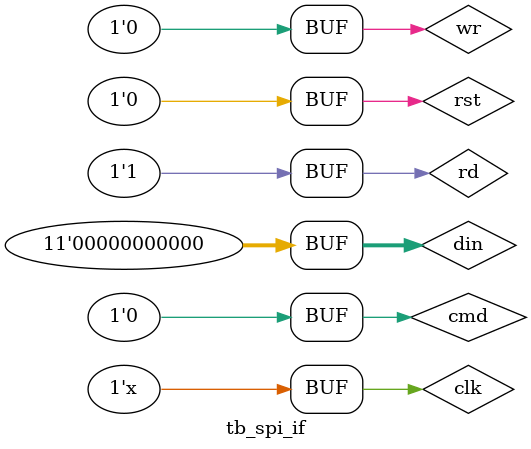
<source format=v>
`timescale 1ns / 10ps

module tb_spi_if;

	// Inputs
	reg clk;
	reg rst;
	reg [10:0] din;
	reg cmd;
	reg wr;
	reg rd;

	// Outputs
	wire [8:0] dout;
	wire ack;
	wire spi_mosi;
	wire spi_sck;
	wire spi_ss;
   wire spi_miso;

	// Instantiate the Unit Under Test (UUT)
	spi_if uut (
		.clk(clk), 
		.rst(rst), 
		.din(din), 
		.cmd(cmd), 
		.wr(wr), 
		.rd(rd), 
		.dout(dout), 
		.ack(ack), 
		.spi_mosi(spi_mosi), 
		.spi_sck(spi_sck), 
		.spi_ss(spi_ss), 
		.spi_miso(spi_miso)
	);
   
   M25LC020A spi_eeprom (
      .SI(spi_mosi),
      .SO(spi_miso),
      .SCK(spi_sck),
      .CS_N(spi_ss),
      .WP_N(1'b1),
      .HOLD_N(1'b1),
      .RESET(rst)
   );

   // Initialize Inputs
	initial begin
		clk = 0;
		rst = 0;
		din = 0;
		cmd = 0;
		wr  = 0;
		rd  = 0;
   end
   
   // Generate clock
   always #5 begin
      clk = ~clk;
   end
   
   initial begin
		/* RESET */
		#200;
      rst = 1'b1;
      #200;
      rst = 1'b0;
      
      /* Push data */
      cmd = 01'b1;
      din = 11'b0000_0011_0_01; #10;  // Set baudrate
      cmd = 01'b0;
      
      wr  = 01'b1;
      din = 11'b011_0000_0110; #10;   // Write enable (START, STOP)
      
      din = 11'b001_0000_0010; #10;   // Write instruction (START)
      din = 11'b000_1111_1110; #10;   // Write address
      din = 11'b010_1101_0011; #10;   // Write data (STOP)
      
      din = 11'b001_0000_0101; #10;   // Read status instruction (START)
      din = 11'b110_0000_0000; #10;   // Receive answer (RX, STOP)
      
      din = 11'b001_0000_0101; #10;   // Read status instruction (START)
      din = 11'b110_0000_0000; #10;   // Receive answer (RX, STOP)
      
      din = 11'b001_0000_0101; #10;   // Read status instruction (START)
      din = 11'b110_0000_0000; #10;   // Receive answer (RX, STOP)
      
      din = 11'b001_0000_0101; #10;   // Read status instruction (START)
      din = 11'b110_0000_0000; #10;   // Receive answer (RX, STOP)
      
      wr  = 01'b0; #1000; wr  = 01'b1;
      
      din = 11'b001_0000_0101; #10;   // Read status instruction (START)
      din = 11'b110_0000_0000; #10;   // Receive answer (RX, STOP)

      din = 11'b001_0000_0011; #10;   // Read instruction (START)
      din = 11'b000_1111_1110; #10;   // Write address
      din = 11'b110_0000_0000; #10;   // Receive answer (RX, STOP)
      
      wr  = 01'b0;
      din = 11'b0;
      rd  = 01'b1;
	end
      
endmodule


</source>
